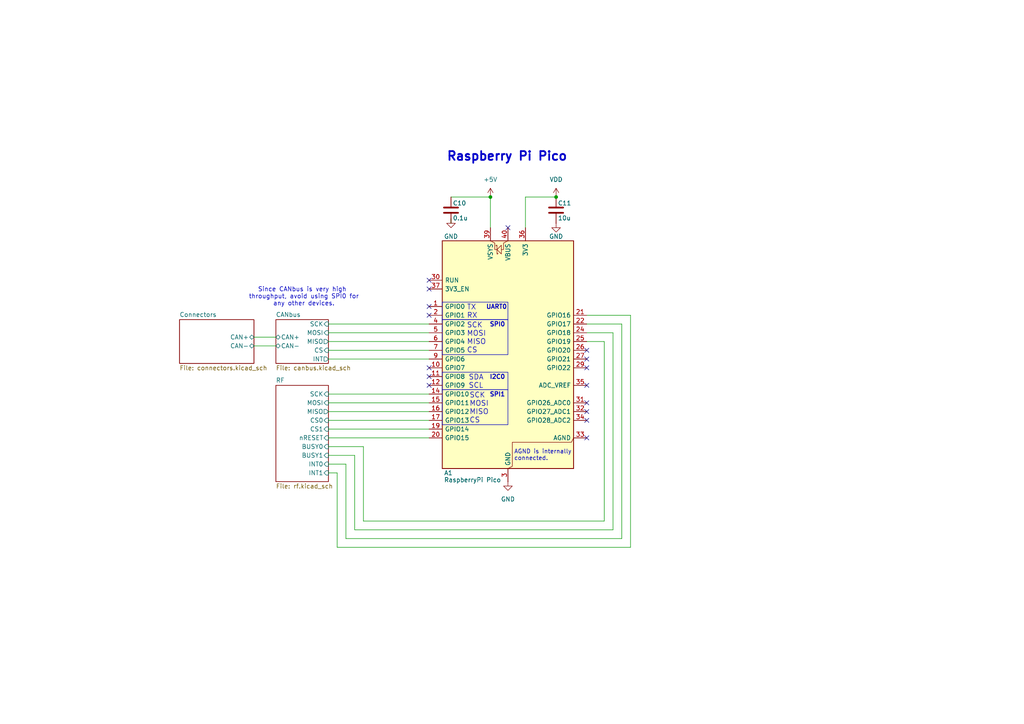
<source format=kicad_sch>
(kicad_sch (version 20250114) (generator "eeschema") (generator_version "9.0")
  (paper "A4")
  (title_block (title "LEOS Radio") (date "2026-02-18") (rev "2") (company "VIP Lightning From the Edge of Space"))
  (lib_symbols
    (symbol "Device:C" (pin_numbers (hide yes)) (pin_names (offset 0.254))
      (property "Reference" "C" (at 0.635 2.54 0))
      (property "Value" "C" (at 0.635 -2.54 0))
      (symbol "C_0_1"
        (polyline (pts (xy -2.032 0.762) (xy 2.032 0.762)) (stroke (width 0.508)))
        (polyline (pts (xy -2.032 -0.762) (xy 2.032 -0.762)) (stroke (width 0.508)))
      )
      (symbol "C_1_1"
        (pin passive line (at 0 3.81 270) (length 2.794) (name "~") (number "1"))
        (pin passive line (at 0 -3.81 90) (length 2.794) (name "~") (number "2"))
      )
    )
    (symbol "MCU_Module:RaspberryPi_Pico" (pin_names (offset 0.762))
      (property "Reference" "A" (at -19.05 35.56 0))
      (property "Value" "RaspberryPi_Pico" (at 7.62 35.56 0))
      (symbol "RaspberryPi_Pico_0_1"
        (rectangle (start -19.05 34.29) (end 19.05 -31.75) (stroke (width 0.254)) (fill (type background)))
        (polyline (pts (xy -5.08 34.29) (xy -3.81 33.655) (xy -3.81 31.75) (xy -3.175 31.75)))
        (polyline (pts (xy -3.429 32.766) (xy -3.429 33.02) (xy -3.175 33.02) (xy -3.175 30.48) (xy -2.921 30.48) (xy -2.921 30.734)))
        (polyline (pts (xy -3.175 31.75) (xy -1.905 33.02) (xy -1.905 30.48) (xy -3.175 31.75)))
        (polyline (pts (xy 0 34.29) (xy -1.27 33.655) (xy -1.27 31.75) (xy -1.905 31.75)))
        (polyline (pts (xy 0 -31.75) (xy 1.27 -31.115) (xy 1.27 -24.13) (xy 18.415 -24.13) (xy 19.05 -22.86)))
      )
      (symbol "RaspberryPi_Pico_1_1"
        (pin passive line (at -22.86 22.86 0) (length 3.81) (name "RUN") (number "30"))
        (pin passive line (at -22.86 20.32 0) (length 3.81) (name "3V3_EN") (number "37"))
        (pin bidirectional line (at -22.86 15.24 0) (length 3.81) (name "GPIO0") (number "1"))
        (pin bidirectional line (at -22.86 12.7 0) (length 3.81) (name "GPIO1") (number "2"))
        (pin bidirectional line (at -22.86 10.16 0) (length 3.81) (name "GPIO2") (number "4"))
        (pin bidirectional line (at -22.86 7.62 0) (length 3.81) (name "GPIO3") (number "5"))
        (pin bidirectional line (at -22.86 5.08 0) (length 3.81) (name "GPIO4") (number "6"))
        (pin bidirectional line (at -22.86 2.54 0) (length 3.81) (name "GPIO5") (number "7"))
        (pin bidirectional line (at -22.86 0 0) (length 3.81) (name "GPIO6") (number "9"))
        (pin bidirectional line (at -22.86 -2.54 0) (length 3.81) (name "GPIO7") (number "10"))
        (pin bidirectional line (at -22.86 -5.08 0) (length 3.81) (name "GPIO8") (number "11"))
        (pin bidirectional line (at -22.86 -7.62 0) (length 3.81) (name "GPIO9") (number "12"))
        (pin bidirectional line (at -22.86 -10.16 0) (length 3.81) (name "GPIO10") (number "14"))
        (pin bidirectional line (at -22.86 -12.7 0) (length 3.81) (name "GPIO11") (number "15"))
        (pin bidirectional line (at -22.86 -15.24 0) (length 3.81) (name "GPIO12") (number "16"))
        (pin bidirectional line (at -22.86 -17.78 0) (length 3.81) (name "GPIO13") (number "17"))
        (pin bidirectional line (at -22.86 -20.32 0) (length 3.81) (name "GPIO14") (number "19"))
        (pin bidirectional line (at -22.86 -22.86 0) (length 3.81) (name "GPIO15") (number "20"))
        (pin power_in line (at -5.08 38.1 270) (length 3.81) (name "VSYS") (number "39"))
        (pin power_out line (at 0 38.1 270) (length 3.81) (name "VBUS") (number "40"))
        (pin passive line (at 0 -35.56 90) (length 3.81) (hide yes) (name "GND") (number "13"))
        (pin passive line (at 0 -35.56 90) (length 3.81) (hide yes) (name "GND") (number "18"))
        (pin passive line (at 0 -35.56 90) (length 3.81) (hide yes) (name "GND") (number "23"))
        (pin passive line (at 0 -35.56 90) (length 3.81) (hide yes) (name "GND") (number "28"))
        (pin power_out line (at 0 -35.56 90) (length 3.81) (name "GND") (number "3"))
        (pin passive line (at 0 -35.56 90) (length 3.81) (hide yes) (name "GND") (number "38"))
        (pin passive line (at 0 -35.56 90) (length 3.81) (hide yes) (name "GND") (number "8"))
        (pin power_out line (at 5.08 38.1 270) (length 3.81) (name "3V3") (number "36"))
        (pin bidirectional line (at 22.86 12.7 180) (length 3.81) (name "GPIO16") (number "21"))
        (pin bidirectional line (at 22.86 10.16 180) (length 3.81) (name "GPIO17") (number "22"))
        (pin bidirectional line (at 22.86 7.62 180) (length 3.81) (name "GPIO18") (number "24"))
        (pin bidirectional line (at 22.86 5.08 180) (length 3.81) (name "GPIO19") (number "25"))
        (pin bidirectional line (at 22.86 2.54 180) (length 3.81) (name "GPIO20") (number "26"))
        (pin bidirectional line (at 22.86 0 180) (length 3.81) (name "GPIO21") (number "27"))
        (pin bidirectional line (at 22.86 -2.54 180) (length 3.81) (name "GPIO22") (number "29"))
        (pin power_in line (at 22.86 -7.62 180) (length 3.81) (name "ADC_VREF") (number "35"))
        (pin bidirectional line (at 22.86 -12.7 180) (length 3.81) (name "GPIO26_ADC0") (number "31"))
        (pin bidirectional line (at 22.86 -15.24 180) (length 3.81) (name "GPIO27_ADC1") (number "32"))
        (pin bidirectional line (at 22.86 -17.78 180) (length 3.81) (name "GPIO28_ADC2") (number "34"))
        (pin power_out line (at 22.86 -22.86 180) (length 3.81) (name "AGND") (number "33"))
      )
    )
    (symbol "power:+5V" (power) (pin_numbers (hide yes)) (pin_names (offset 0) (hide yes))
      (property "Value" "+5V" (at 0 3.556 0))
      (symbol "+5V_0_1"
        (polyline (pts (xy -0.762 1.27) (xy 0 2.54)))
        (polyline (pts (xy 0 2.54) (xy 0.762 1.27)))
        (polyline (pts (xy 0 0) (xy 0 2.54)))
      )
      (symbol "+5V_1_1"
        (pin power_in line (at 0 0 90) (length 0) (name "~") (number "1"))
      )
    )
    (symbol "power:GND" (power) (pin_numbers (hide yes)) (pin_names (offset 0) (hide yes))
      (property "Value" "GND" (at 0 -3.81 0))
      (symbol "GND_0_1"
        (polyline (pts (xy 0 0) (xy 0 -1.27) (xy 1.27 -1.27) (xy 0 -2.54) (xy -1.27 -1.27) (xy 0 -1.27)))
      )
      (symbol "GND_1_1"
        (pin power_in line (at 0 0 270) (length 0) (name "~") (number "1"))
      )
    )
    (symbol "power:VDD" (power) (pin_numbers (hide yes)) (pin_names (offset 0) (hide yes))
      (property "Value" "VDD" (at 0 3.556 0))
      (symbol "VDD_0_1"
        (polyline (pts (xy -0.762 1.27) (xy 0 2.54)))
        (polyline (pts (xy 0 2.54) (xy 0.762 1.27)))
        (polyline (pts (xy 0 0) (xy 0 2.54)))
      )
      (symbol "VDD_1_1"
        (pin power_in line (at 0 0 90) (length 0) (name "~") (number "1"))
      )
    )
  )
  (rectangle (start 128.27 92.71) (end 147.32 102.87))
  (rectangle (start 128.27 113.03) (end 147.32 123.19))
  (rectangle (start 128.27 107.95) (end 147.32 113.03))
  (rectangle (start 128.27 87.63) (end 147.32 92.71))
  (text "SPI1" (at 144.272 114.554 0) (effects (font (size 1.27 1.27) (thickness 0.254) (bold yes))))
  (text "Raspberry Pi Pico" (at 147.066 45.466 0) (effects (font (size 2.54 2.54) (thickness 0.508) (bold yes))))
  (text "SCK\nMOSI\nMISO\nCS" (at 135.382 98.044 0) (effects (font (size 1.5 1.5)) (justify left)))
  (text "Since CANbus is very high \nthroughput, avoid using SPI0 for\nany other devices." (at 88.138 86.106 0) (effects (font (size 1.27 1.27))))
  (text "SPI0" (at 144.272 94.234 0) (effects (font (size 1.27 1.27) (thickness 0.254) (bold yes))))
  (text "SDA\nSCL" (at 135.89 110.744 0) (effects (font (size 1.5 1.5)) (justify left)))
  (text "TX\nRX" (at 135.382 90.424 0) (effects (font (size 1.5 1.5)) (justify left)))
  (text "UART0" (at 144.018 89.154 0) (effects (font (size 1.27 1.27) (thickness 0.254) (bold yes))))
  (text "SCK\nMOSI\nMISO\nCS" (at 136.144 118.364 0) (effects (font (size 1.5 1.5)) (justify left)))
  (text "I2C0" (at 144.272 109.474 0) (effects (font (size 1.27 1.27) (thickness 0.254) (bold yes))))
  (text "AGND is internally \nconnected." (at 149.098 132.08 0) (effects (font (size 1.2 1.2)) (justify left)))
  (junction (at 161.29 57.15))
  (junction (at 142.24 57.15))
  (no_connect (at 147.32 66.04))
  (no_connect (at 170.18 106.68))
  (no_connect (at 124.46 83.82))
  (no_connect (at 124.46 109.22))
  (no_connect (at 124.46 106.68))
  (no_connect (at 170.18 119.38))
  (no_connect (at 170.18 127))
  (no_connect (at 124.46 91.44))
  (no_connect (at 124.46 88.9))
  (no_connect (at 170.18 121.92))
  (no_connect (at 124.46 81.28))
  (no_connect (at 124.46 111.76))
  (no_connect (at 170.18 116.84))
  (no_connect (at 170.18 104.14))
  (no_connect (at 170.18 111.76))
  (no_connect (at 170.18 101.6))
  (wire (pts (xy 73.66 97.79) (xy 80.01 97.79)))
  (wire (pts (xy 177.8 96.52) (xy 170.18 96.52)))
  (wire (pts (xy 97.79 137.16) (xy 97.79 158.75)))
  (wire (pts (xy 105.41 151.13) (xy 175.26 151.13)))
  (wire (pts (xy 180.34 93.98) (xy 170.18 93.98)))
  (wire (pts (xy 105.41 129.54) (xy 105.41 151.13)))
  (wire (pts (xy 95.25 137.16) (xy 97.79 137.16)))
  (wire (pts (xy 95.25 114.3) (xy 124.46 114.3)))
  (wire (pts (xy 95.25 101.6) (xy 124.46 101.6)))
  (wire (pts (xy 100.33 156.21) (xy 180.34 156.21)))
  (wire (pts (xy 180.34 156.21) (xy 180.34 93.98)))
  (wire (pts (xy 175.26 151.13) (xy 175.26 99.06)))
  (wire (pts (xy 130.81 57.15) (xy 142.24 57.15)))
  (wire (pts (xy 95.25 96.52) (xy 124.46 96.52)))
  (wire (pts (xy 95.25 129.54) (xy 105.41 129.54)))
  (wire (pts (xy 102.87 153.67) (xy 177.8 153.67)))
  (wire (pts (xy 95.25 119.38) (xy 124.46 119.38)))
  (wire (pts (xy 102.87 132.08) (xy 102.87 153.67)))
  (wire (pts (xy 142.24 57.15) (xy 142.24 66.04)))
  (wire (pts (xy 95.25 104.14) (xy 124.46 104.14)))
  (wire (pts (xy 152.4 66.04) (xy 152.4 57.15)))
  (wire (pts (xy 95.25 132.08) (xy 102.87 132.08)))
  (wire (pts (xy 182.88 158.75) (xy 182.88 91.44)))
  (wire (pts (xy 95.25 127) (xy 124.46 127)))
  (wire (pts (xy 182.88 91.44) (xy 170.18 91.44)))
  (wire (pts (xy 95.25 116.84) (xy 124.46 116.84)))
  (wire (pts (xy 73.66 100.33) (xy 80.01 100.33)))
  (wire (pts (xy 95.25 99.06) (xy 124.46 99.06)))
  (wire (pts (xy 175.26 99.06) (xy 170.18 99.06)))
  (wire (pts (xy 152.4 57.15) (xy 161.29 57.15)))
  (wire (pts (xy 100.33 134.62) (xy 100.33 156.21)))
  (wire (pts (xy 97.79 158.75) (xy 182.88 158.75)))
  (wire (pts (xy 95.25 121.92) (xy 124.46 121.92)))
  (wire (pts (xy 130.81 64.77) (xy 130.81 63.5)))
  (wire (pts (xy 95.25 134.62) (xy 100.33 134.62)))
  (wire (pts (xy 177.8 153.67) (xy 177.8 96.52)))
  (wire (pts (xy 95.25 93.98) (xy 124.46 93.98)))
  (wire (pts (xy 95.25 124.46) (xy 124.46 124.46)))
  (symbol (lib_id "MCU_Module:RaspberryPi_Pico") (at 147.32 104.14 0) (unit 1)
    (property "Reference" "A1" (at 128.778 137.16 0) (effects (justify left)))
    (property "Value" "RaspberryPi Pico" (at 128.778 139.192 0) (effects (justify left)))
    (property "Footprint" "Module:RaspberryPi_Pico_Common_THT" (effects (hide yes)))
    (property "Datasheet" "https://datasheets.raspberrypi.com/pico/pico-datasheet.pdf" (effects (hide yes)))
    (property "Description" "Pimoroni Pico Plus 2" (effects (hide yes)))
    (property "Digikey" "1778-PIM724-ND" (effects (hide yes)))
    (property "MPN" "PIM724" (effects (hide yes)))
    (property "Manufacturer" "Pimoroni" (effects (hide yes)))
  )
  (symbol (lib_id "power:GND") (at 130.81 63.5 0) (unit 1)
    (property "Reference" "#PWR019" (effects (hide yes)))
    (property "Value" "GND" (at 130.81 68.58 0))
    (property "Description" "Power symbol creates a global label with name \"GND\" , ground" (effects (hide yes)))
  )
  (symbol (lib_id "power:GND") (at 147.32 139.7 0) (unit 1)
    (property "Reference" "#PWR016" (effects (hide yes)))
    (property "Value" "GND" (at 147.32 144.78 0))
    (property "Description" "Power symbol creates a global label with name \"GND\" , ground" (effects (hide yes)))
  )
  (symbol (lib_id "power:GND") (at 161.29 64.77 0) (unit 1)
    (property "Reference" "#PWR021" (effects (hide yes)))
    (property "Value" "GND" (at 161.29 68.58 0))
    (property "Description" "Power symbol creates a global label with name \"GND\" , ground" (effects (hide yes)))
  )
  (symbol (lib_id "Device:C") (at 161.29 60.96 0) (unit 1)
    (property "Reference" "C11" (at 161.798 58.928 0) (effects (justify left)))
    (property "Value" "10u" (at 161.798 63.246 0) (effects (justify left)))
    (property "Footprint" "Capacitor_SMD:C_0805_2012Metric" (effects (hide yes)))
    (property "Description" "10U 16V X7R 0805" (effects (hide yes)))
    (property "Digikey" "1276-2872-1-ND" (effects (hide yes)))
    (property "Manufacturer" "Samsung Electro-Mechanics" (effects (hide yes)))
    (property "MPN" "CL21B106KOQNNNE" (effects (hide yes)))
    (property "LCSC" "C95841" (effects (hide yes)))
  )
  (symbol (lib_id "power:+5V") (at 142.24 57.15 0) (unit 1)
    (property "Reference" "#PWR020" (effects (hide yes)))
    (property "Value" "+5V" (at 142.24 52.07 0))
    (property "Description" "Power symbol creates a global label with name \"+5V\"" (effects (hide yes)))
  )
  (symbol (lib_id "power:VDD") (at 161.29 57.15 0) (unit 1)
    (property "Reference" "#PWR022" (effects (hide yes)))
    (property "Value" "VDD" (at 161.29 52.07 0))
    (property "Description" "Power symbol creates a global label with name \"VDD\"" (effects (hide yes)))
  )
  (symbol (lib_id "Device:C") (at 130.81 60.96 0) (unit 1)
    (property "Reference" "C10" (at 131.318 58.928 0) (effects (justify left)))
    (property "Value" "0.1u" (at 131.318 63.246 0) (effects (justify left)))
    (property "Footprint" "Capacitor_SMD:C_0603_1608Metric" (effects (hide yes)))
    (property "Description" "0.1U 50V X7R 0603" (effects (hide yes)))
    (property "Digikey" "1276-CL10B104KB8NNNLCT-ND" (effects (hide yes)))
    (property "LCSC" "C913912" (effects (hide yes)))
    (property "MPN" "CL10B104KB8NNNL" (effects (hide yes)))
    (property "Manufacturer" "Samsung Electro-Mechanics" (effects (hide yes)))
  )
  (sheet (at 80.01 111.76) (size 15.24 27.94) (stroke (width 0.1524))
    (property "Sheetname" "RF" (at 80.01 111.0484 0) (effects (justify left bottom)))
    (property "Sheetfile" "rf.kicad_sch" (at 80.01 140.2846 0) (effects (justify left top)))
    (pin "CS0" input (at 95.25 121.92 0))
    (pin "CS1" input (at 95.25 124.46 0))
    (pin "MISO" output (at 95.25 119.38 0))
    (pin "MOSI" input (at 95.25 116.84 0))
    (pin "SCK" input (at 95.25 114.3 0))
    (pin "BUSY0" input (at 95.25 129.54 0))
    (pin "BUSY1" input (at 95.25 132.08 0))
    (pin "INT0" input (at 95.25 134.62 0))
    (pin "INT1" input (at 95.25 137.16 0))
    (pin "nRESET" input (at 95.25 127 0))
  )
  (sheet (at 52.07 92.71) (size 21.59 12.7) (stroke (width 0.1524))
    (property "Sheetname" "Connectors" (at 52.07 91.9984 0) (effects (justify left bottom)))
    (property "Sheetfile" "connectors.kicad_sch" (at 52.07 105.9946 0) (effects (justify left top)))
    (pin "CAN+" bidirectional (at 73.66 97.79 0))
    (pin "CAN-" bidirectional (at 73.66 100.33 0))
  )
  (sheet (at 80.01 92.71) (size 15.24 12.7) (stroke (width 0.1524))
    (property "Sheetname" "CANbus" (at 80.01 91.9984 0) (effects (justify left bottom)))
    (property "Sheetfile" "canbus.kicad_sch" (at 80.01 105.9946 0) (effects (justify left top)))
    (pin "CS" input (at 95.25 101.6 0))
    (pin "MOSI" input (at 95.25 96.52 0))
    (pin "SCK" input (at 95.25 93.98 0))
    (pin "CAN+" bidirectional (at 80.01 97.79 180))
    (pin "CAN-" bidirectional (at 80.01 100.33 180))
    (pin "INT" output (at 95.25 104.14 0))
    (pin "MISO" output (at 95.25 99.06 0))
  )
)
</source>
